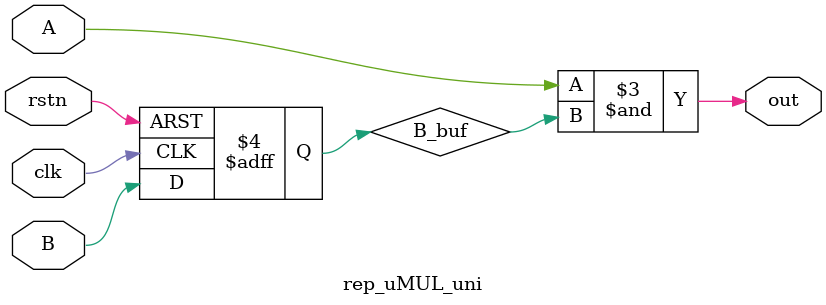
<source format=sv>
module rep_uMUL_uni(
    input logic clk,
    input logic rstn,
    input logic A,
    input logic B,
    output logic out
);

    logic B_buf;

    always@(posedge clk or negedge rstn) begin
        if(~rstn) begin
            B_buf <= 0;
        end
        else begin
            B_buf <= B;
        end
    end

    assign out = A & B_buf;

endmodule
</source>
